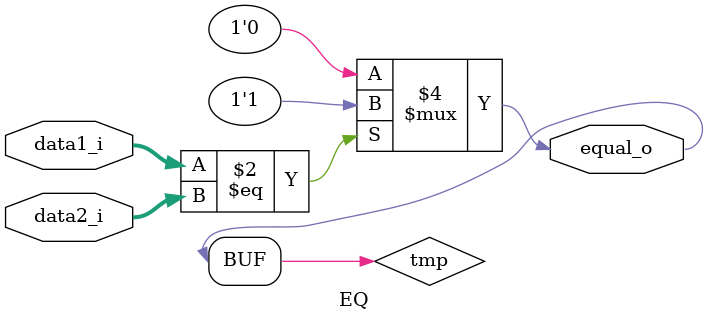
<source format=v>
module EQ(
	data1_i,
	data2_i,
	equal_o
);

input [31:0] data1_i, data2_i;
output equal_o;

//assign equal_o = (data1_i == data2_i)? 1 : 0 ;
reg tmp;
assign equal_o = tmp;
always @(data1_i or data2_i) begin
	if(data1_i == data2_i) 
		tmp = 1;
	else 
		tmp = 0;
end

endmodule

</source>
